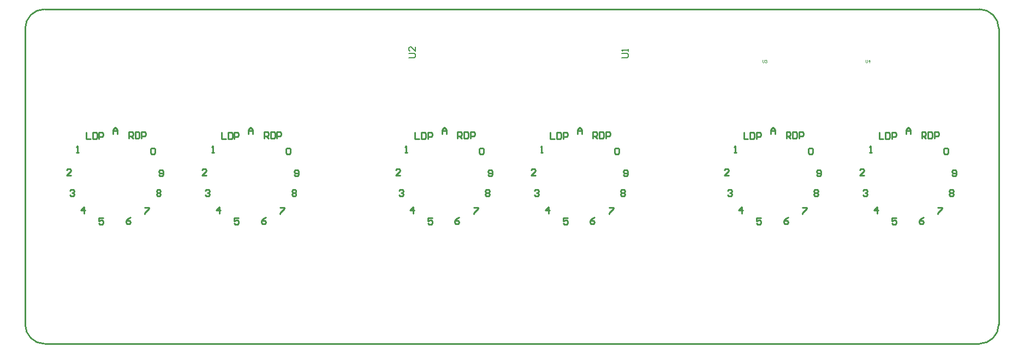
<source format=gm1>
G04*
G04 #@! TF.GenerationSoftware,Altium Limited,Altium Designer,25.5.2 (35)*
G04*
G04 Layer_Color=16711935*
%FSLAX44Y44*%
%MOMM*%
G71*
G04*
G04 #@! TF.SameCoordinates,D9E2C172-A1AF-44C0-98D0-4809437D878E*
G04*
G04*
G04 #@! TF.FilePolarity,Positive*
G04*
G01*
G75*
%ADD11C,0.2540*%
%ADD113C,0.1778*%
%ADD114C,0.0600*%
D11*
X1550000Y690000D02*
G03*
X1520000Y720000I-30000J0D01*
G01*
Y200000D02*
G03*
X1550000Y230000I0J30000D01*
G01*
X40000D02*
G03*
X70000Y200000I30000J0D01*
G01*
Y720000D02*
G03*
X40000Y690000I0J-30000D01*
G01*
X70000Y200000D02*
X1520000D01*
X70000Y720000D02*
X1520000D01*
X40000Y230000D02*
Y690000D01*
X1550000Y230000D02*
X1550000Y230000D01*
Y690000D01*
X1550000Y690000D02*
X1550000Y690000D01*
X176553Y526431D02*
Y533095D01*
X179885Y536427D01*
X183217Y533095D01*
Y526431D01*
Y531429D01*
X176553D01*
X200553Y519431D02*
Y529427D01*
X205551D01*
X207217Y527761D01*
Y524429D01*
X205551Y522763D01*
X200553D01*
X203885D02*
X207217Y519431D01*
X210549Y529427D02*
Y519431D01*
X215548D01*
X217214Y521097D01*
Y527761D01*
X215548Y529427D01*
X210549D01*
X220546Y519431D02*
Y529427D01*
X225545D01*
X227211Y527761D01*
Y524429D01*
X225545Y522763D01*
X220546D01*
X234553Y502761D02*
X236219Y504427D01*
X239551D01*
X241217Y502761D01*
Y496097D01*
X239551Y494431D01*
X236219D01*
X234553Y496097D01*
Y502761D01*
X247553Y462097D02*
X249219Y460430D01*
X252551D01*
X254217Y462097D01*
Y468761D01*
X252551Y470427D01*
X249219D01*
X247553Y468761D01*
Y467095D01*
X249219Y465429D01*
X254217D01*
X243553Y437761D02*
X245219Y439427D01*
X248551D01*
X250217Y437761D01*
Y436095D01*
X248551Y434429D01*
X250217Y432763D01*
Y431097D01*
X248551Y429431D01*
X245219D01*
X243553Y431097D01*
Y432763D01*
X245219Y434429D01*
X243553Y436095D01*
Y437761D01*
X245219Y434429D02*
X248551D01*
X225553Y411427D02*
X232217D01*
Y409761D01*
X225553Y403097D01*
Y401431D01*
X203217Y396427D02*
X199885Y394761D01*
X196553Y391429D01*
Y388097D01*
X198219Y386431D01*
X201551D01*
X203217Y388097D01*
Y389763D01*
X201551Y391429D01*
X196553D01*
X161217Y395427D02*
X154553D01*
Y390429D01*
X157885Y392095D01*
X159551D01*
X161217Y390429D01*
Y387097D01*
X159551Y385430D01*
X156219D01*
X154553Y387097D01*
X131551Y402430D02*
Y412427D01*
X126553Y407429D01*
X133217D01*
X109553Y437761D02*
X111219Y439427D01*
X114551D01*
X116217Y437761D01*
Y436095D01*
X114551Y434429D01*
X112885D01*
X114551D01*
X116217Y432763D01*
Y431097D01*
X114551Y429431D01*
X111219D01*
X109553Y431097D01*
X111217Y461431D02*
X104553D01*
X111217Y468095D01*
Y469761D01*
X109551Y471427D01*
X106219D01*
X104553Y469761D01*
X119553Y497430D02*
X122885D01*
X121219D01*
Y507427D01*
X119553Y505761D01*
X134553Y528427D02*
Y518430D01*
X141217D01*
X144549Y528427D02*
Y518430D01*
X149548D01*
X151214Y520097D01*
Y526761D01*
X149548Y528427D01*
X144549D01*
X154546Y518430D02*
Y528427D01*
X159545D01*
X161211Y526761D01*
Y523429D01*
X159545Y521763D01*
X154546D01*
X1364553Y528427D02*
Y518430D01*
X1371217D01*
X1374549Y528427D02*
Y518430D01*
X1379548D01*
X1381214Y520097D01*
Y526761D01*
X1379548Y528427D01*
X1374549D01*
X1384546Y518430D02*
Y528427D01*
X1389545D01*
X1391211Y526761D01*
Y523429D01*
X1389545Y521763D01*
X1384546D01*
X1349553Y497431D02*
X1352885D01*
X1351219D01*
Y507427D01*
X1349553Y505761D01*
X1341217Y461431D02*
X1334553D01*
X1341217Y468095D01*
Y469761D01*
X1339551Y471427D01*
X1336219D01*
X1334553Y469761D01*
X1339553Y437761D02*
X1341219Y439427D01*
X1344551D01*
X1346217Y437761D01*
Y436095D01*
X1344551Y434429D01*
X1342885D01*
X1344551D01*
X1346217Y432763D01*
Y431097D01*
X1344551Y429431D01*
X1341219D01*
X1339553Y431097D01*
X1361551Y402430D02*
Y412427D01*
X1356553Y407429D01*
X1363217D01*
X1391217Y395427D02*
X1384553D01*
Y390429D01*
X1387885Y392095D01*
X1389551D01*
X1391217Y390429D01*
Y387097D01*
X1389551Y385430D01*
X1386219D01*
X1384553Y387097D01*
X1433217Y396427D02*
X1429885Y394761D01*
X1426553Y391429D01*
Y388097D01*
X1428219Y386431D01*
X1431551D01*
X1433217Y388097D01*
Y389763D01*
X1431551Y391429D01*
X1426553D01*
X1455553Y411427D02*
X1462217D01*
Y409761D01*
X1455553Y403097D01*
Y401431D01*
X1473553Y437761D02*
X1475219Y439427D01*
X1478551D01*
X1480217Y437761D01*
Y436095D01*
X1478551Y434429D01*
X1480217Y432763D01*
Y431097D01*
X1478551Y429431D01*
X1475219D01*
X1473553Y431097D01*
Y432763D01*
X1475219Y434429D01*
X1473553Y436095D01*
Y437761D01*
X1475219Y434429D02*
X1478551D01*
X1477553Y462097D02*
X1479219Y460430D01*
X1482551D01*
X1484217Y462097D01*
Y468761D01*
X1482551Y470427D01*
X1479219D01*
X1477553Y468761D01*
Y467095D01*
X1479219Y465429D01*
X1484217D01*
X1464553Y502761D02*
X1466219Y504427D01*
X1469551D01*
X1471217Y502761D01*
Y496097D01*
X1469551Y494431D01*
X1466219D01*
X1464553Y496097D01*
Y502761D01*
X1430553Y519431D02*
Y529427D01*
X1435551D01*
X1437217Y527761D01*
Y524429D01*
X1435551Y522763D01*
X1430553D01*
X1433885D02*
X1437217Y519431D01*
X1440549Y529427D02*
Y519431D01*
X1445548D01*
X1447214Y521097D01*
Y527761D01*
X1445548Y529427D01*
X1440549D01*
X1450546Y519431D02*
Y529427D01*
X1455545D01*
X1457211Y527761D01*
Y524429D01*
X1455545Y522763D01*
X1450546D01*
X1406553Y526431D02*
Y533095D01*
X1409885Y536427D01*
X1413217Y533095D01*
Y526431D01*
Y531429D01*
X1406553D01*
X1196553Y526431D02*
Y533095D01*
X1199885Y536427D01*
X1203217Y533095D01*
Y526431D01*
Y531429D01*
X1196553D01*
X1220553Y519431D02*
Y529427D01*
X1225551D01*
X1227217Y527761D01*
Y524429D01*
X1225551Y522763D01*
X1220553D01*
X1223885D02*
X1227217Y519431D01*
X1230549Y529427D02*
Y519431D01*
X1235548D01*
X1237214Y521097D01*
Y527761D01*
X1235548Y529427D01*
X1230549D01*
X1240546Y519431D02*
Y529427D01*
X1245545D01*
X1247211Y527761D01*
Y524429D01*
X1245545Y522763D01*
X1240546D01*
X1254553Y502761D02*
X1256219Y504427D01*
X1259551D01*
X1261217Y502761D01*
Y496097D01*
X1259551Y494431D01*
X1256219D01*
X1254553Y496097D01*
Y502761D01*
X1267553Y462097D02*
X1269219Y460430D01*
X1272551D01*
X1274217Y462097D01*
Y468761D01*
X1272551Y470427D01*
X1269219D01*
X1267553Y468761D01*
Y467095D01*
X1269219Y465429D01*
X1274217D01*
X1263553Y437761D02*
X1265219Y439427D01*
X1268551D01*
X1270217Y437761D01*
Y436095D01*
X1268551Y434429D01*
X1270217Y432763D01*
Y431097D01*
X1268551Y429431D01*
X1265219D01*
X1263553Y431097D01*
Y432763D01*
X1265219Y434429D01*
X1263553Y436095D01*
Y437761D01*
X1265219Y434429D02*
X1268551D01*
X1245553Y411427D02*
X1252217D01*
Y409761D01*
X1245553Y403097D01*
Y401431D01*
X1223217Y396427D02*
X1219885Y394761D01*
X1216553Y391429D01*
Y388097D01*
X1218219Y386431D01*
X1221551D01*
X1223217Y388097D01*
Y389763D01*
X1221551Y391429D01*
X1216553D01*
X1181217Y395427D02*
X1174553D01*
Y390429D01*
X1177885Y392095D01*
X1179551D01*
X1181217Y390429D01*
Y387097D01*
X1179551Y385430D01*
X1176219D01*
X1174553Y387097D01*
X1151551Y402430D02*
Y412427D01*
X1146553Y407429D01*
X1153217D01*
X1129553Y437761D02*
X1131219Y439427D01*
X1134551D01*
X1136217Y437761D01*
Y436095D01*
X1134551Y434429D01*
X1132885D01*
X1134551D01*
X1136217Y432763D01*
Y431097D01*
X1134551Y429431D01*
X1131219D01*
X1129553Y431097D01*
X1131217Y461431D02*
X1124553D01*
X1131217Y468095D01*
Y469761D01*
X1129551Y471427D01*
X1126219D01*
X1124553Y469761D01*
X1139553Y497430D02*
X1142885D01*
X1141219D01*
Y507427D01*
X1139553Y505761D01*
X1154553Y528427D02*
Y518430D01*
X1161217D01*
X1164549Y528427D02*
Y518430D01*
X1169548D01*
X1171214Y520097D01*
Y526761D01*
X1169548Y528427D01*
X1164549D01*
X1174546Y518430D02*
Y528427D01*
X1179545D01*
X1181211Y526761D01*
Y523429D01*
X1179545Y521763D01*
X1174546D01*
X896553Y526431D02*
Y533095D01*
X899885Y536427D01*
X903217Y533095D01*
Y526431D01*
Y531429D01*
X896553D01*
X920553Y519431D02*
Y529427D01*
X925551D01*
X927217Y527761D01*
Y524429D01*
X925551Y522763D01*
X920553D01*
X923885D02*
X927217Y519431D01*
X930549Y529427D02*
Y519431D01*
X935548D01*
X937214Y521097D01*
Y527761D01*
X935548Y529427D01*
X930549D01*
X940546Y519431D02*
Y529427D01*
X945545D01*
X947211Y527761D01*
Y524429D01*
X945545Y522763D01*
X940546D01*
X954553Y502761D02*
X956219Y504427D01*
X959551D01*
X961217Y502761D01*
Y496097D01*
X959551Y494431D01*
X956219D01*
X954553Y496097D01*
Y502761D01*
X967553Y462097D02*
X969219Y460430D01*
X972551D01*
X974217Y462097D01*
Y468761D01*
X972551Y470427D01*
X969219D01*
X967553Y468761D01*
Y467095D01*
X969219Y465429D01*
X974217D01*
X963553Y437761D02*
X965219Y439427D01*
X968551D01*
X970217Y437761D01*
Y436095D01*
X968551Y434429D01*
X970217Y432763D01*
Y431097D01*
X968551Y429431D01*
X965219D01*
X963553Y431097D01*
Y432763D01*
X965219Y434429D01*
X963553Y436095D01*
Y437761D01*
X965219Y434429D02*
X968551D01*
X945553Y411427D02*
X952217D01*
Y409761D01*
X945553Y403097D01*
Y401431D01*
X923217Y396427D02*
X919885Y394761D01*
X916553Y391429D01*
Y388097D01*
X918219Y386431D01*
X921551D01*
X923217Y388097D01*
Y389763D01*
X921551Y391429D01*
X916553D01*
X881217Y395427D02*
X874553D01*
Y390429D01*
X877885Y392095D01*
X879551D01*
X881217Y390429D01*
Y387097D01*
X879551Y385430D01*
X876219D01*
X874553Y387097D01*
X851551Y402430D02*
Y412427D01*
X846553Y407429D01*
X853217D01*
X829553Y437761D02*
X831219Y439427D01*
X834551D01*
X836217Y437761D01*
Y436095D01*
X834551Y434429D01*
X832885D01*
X834551D01*
X836217Y432763D01*
Y431097D01*
X834551Y429431D01*
X831219D01*
X829553Y431097D01*
X831217Y461431D02*
X824553D01*
X831217Y468095D01*
Y469761D01*
X829551Y471427D01*
X826219D01*
X824553Y469761D01*
X839553Y497431D02*
X842885D01*
X841219D01*
Y507427D01*
X839553Y505761D01*
X854553Y528427D02*
Y518430D01*
X861217D01*
X864549Y528427D02*
Y518430D01*
X869548D01*
X871214Y520097D01*
Y526761D01*
X869548Y528427D01*
X864549D01*
X874546Y518430D02*
Y528427D01*
X879545D01*
X881211Y526761D01*
Y523429D01*
X879545Y521763D01*
X874546D01*
X386553Y526431D02*
Y533095D01*
X389885Y536427D01*
X393217Y533095D01*
Y526431D01*
Y531429D01*
X386553D01*
X410553Y519431D02*
Y529427D01*
X415551D01*
X417217Y527761D01*
Y524429D01*
X415551Y522763D01*
X410553D01*
X413885D02*
X417217Y519431D01*
X420549Y529427D02*
Y519431D01*
X425548D01*
X427214Y521097D01*
Y527761D01*
X425548Y529427D01*
X420549D01*
X430546Y519431D02*
Y529427D01*
X435545D01*
X437211Y527761D01*
Y524429D01*
X435545Y522763D01*
X430546D01*
X444553Y502761D02*
X446219Y504427D01*
X449551D01*
X451217Y502761D01*
Y496097D01*
X449551Y494431D01*
X446219D01*
X444553Y496097D01*
Y502761D01*
X457553Y462097D02*
X459219Y460430D01*
X462551D01*
X464217Y462097D01*
Y468761D01*
X462551Y470427D01*
X459219D01*
X457553Y468761D01*
Y467095D01*
X459219Y465429D01*
X464217D01*
X453553Y437761D02*
X455219Y439427D01*
X458551D01*
X460217Y437761D01*
Y436095D01*
X458551Y434429D01*
X460217Y432763D01*
Y431097D01*
X458551Y429431D01*
X455219D01*
X453553Y431097D01*
Y432763D01*
X455219Y434429D01*
X453553Y436095D01*
Y437761D01*
X455219Y434429D02*
X458551D01*
X435553Y411427D02*
X442217D01*
Y409761D01*
X435553Y403097D01*
Y401431D01*
X413217Y396427D02*
X409885Y394761D01*
X406553Y391429D01*
Y388097D01*
X408219Y386431D01*
X411551D01*
X413217Y388097D01*
Y389763D01*
X411551Y391429D01*
X406553D01*
X371217Y395427D02*
X364553D01*
Y390429D01*
X367885Y392095D01*
X369551D01*
X371217Y390429D01*
Y387097D01*
X369551Y385430D01*
X366219D01*
X364553Y387097D01*
X341551Y402430D02*
Y412427D01*
X336553Y407429D01*
X343217D01*
X319553Y437761D02*
X321219Y439427D01*
X324551D01*
X326217Y437761D01*
Y436095D01*
X324551Y434429D01*
X322885D01*
X324551D01*
X326217Y432763D01*
Y431097D01*
X324551Y429431D01*
X321219D01*
X319553Y431097D01*
X321217Y461431D02*
X314553D01*
X321217Y468095D01*
Y469761D01*
X319551Y471427D01*
X316219D01*
X314553Y469761D01*
X329553Y497430D02*
X332885D01*
X331219D01*
Y507427D01*
X329553Y505761D01*
X344553Y528427D02*
Y518430D01*
X351217D01*
X354549Y528427D02*
Y518430D01*
X359548D01*
X361214Y520097D01*
Y526761D01*
X359548Y528427D01*
X354549D01*
X364546Y518430D02*
Y528427D01*
X369544D01*
X371211Y526761D01*
Y523429D01*
X369544Y521763D01*
X364546D01*
X686553Y526431D02*
Y533095D01*
X689885Y536427D01*
X693217Y533095D01*
Y526431D01*
Y531429D01*
X686553D01*
X710553Y519431D02*
Y529427D01*
X715551D01*
X717217Y527761D01*
Y524429D01*
X715551Y522763D01*
X710553D01*
X713885D02*
X717217Y519431D01*
X720549Y529427D02*
Y519431D01*
X725548D01*
X727214Y521097D01*
Y527761D01*
X725548Y529427D01*
X720549D01*
X730546Y519431D02*
Y529427D01*
X735545D01*
X737211Y527761D01*
Y524429D01*
X735545Y522763D01*
X730546D01*
X744553Y502761D02*
X746219Y504427D01*
X749551D01*
X751217Y502761D01*
Y496097D01*
X749551Y494431D01*
X746219D01*
X744553Y496097D01*
Y502761D01*
X757553Y462097D02*
X759219Y460430D01*
X762551D01*
X764217Y462097D01*
Y468761D01*
X762551Y470427D01*
X759219D01*
X757553Y468761D01*
Y467095D01*
X759219Y465429D01*
X764217D01*
X753553Y437761D02*
X755219Y439427D01*
X758551D01*
X760217Y437761D01*
Y436095D01*
X758551Y434429D01*
X760217Y432763D01*
Y431097D01*
X758551Y429431D01*
X755219D01*
X753553Y431097D01*
Y432763D01*
X755219Y434429D01*
X753553Y436095D01*
Y437761D01*
X755219Y434429D02*
X758551D01*
X735553Y411427D02*
X742217D01*
Y409761D01*
X735553Y403097D01*
Y401431D01*
X713217Y396427D02*
X709885Y394761D01*
X706553Y391429D01*
Y388097D01*
X708219Y386431D01*
X711551D01*
X713217Y388097D01*
Y389763D01*
X711551Y391429D01*
X706553D01*
X671217Y395427D02*
X664553D01*
Y390429D01*
X667885Y392095D01*
X669551D01*
X671217Y390429D01*
Y387097D01*
X669551Y385430D01*
X666219D01*
X664553Y387097D01*
X641551Y402430D02*
Y412427D01*
X636553Y407429D01*
X643217D01*
X619553Y437761D02*
X621219Y439427D01*
X624551D01*
X626217Y437761D01*
Y436095D01*
X624551Y434429D01*
X622885D01*
X624551D01*
X626217Y432763D01*
Y431097D01*
X624551Y429431D01*
X621219D01*
X619553Y431097D01*
X621217Y461431D02*
X614553D01*
X621217Y468095D01*
Y469761D01*
X619551Y471427D01*
X616219D01*
X614553Y469761D01*
X629553Y497430D02*
X632885D01*
X631219D01*
Y507427D01*
X629553Y505761D01*
X644553Y528427D02*
Y518430D01*
X651217D01*
X654549Y528427D02*
Y518430D01*
X659548D01*
X661214Y520097D01*
Y526761D01*
X659548Y528427D01*
X654549D01*
X664546Y518430D02*
Y528427D01*
X669545D01*
X671211Y526761D01*
Y523429D01*
X669545Y521763D01*
X664546D01*
D113*
X964936Y644651D02*
X973400D01*
X975093Y646343D01*
Y649729D01*
X973400Y651422D01*
X964936D01*
X975093Y654807D02*
Y658193D01*
Y656500D01*
X964936D01*
X966629Y654807D01*
X634936Y644651D02*
X643400D01*
X645093Y646343D01*
Y649729D01*
X643400Y651422D01*
X634936D01*
X645093Y661578D02*
Y654807D01*
X638321Y661578D01*
X636629D01*
X634936Y659886D01*
Y656500D01*
X636629Y654807D01*
D114*
X1183663Y641349D02*
Y638017D01*
X1184329Y637351D01*
X1185662D01*
X1186328Y638017D01*
Y641349D01*
X1187661Y640683D02*
X1188328Y641349D01*
X1189661D01*
X1190327Y640683D01*
Y640016D01*
X1189661Y639350D01*
X1188994D01*
X1189661D01*
X1190327Y638683D01*
Y638017D01*
X1189661Y637351D01*
X1188328D01*
X1187661Y638017D01*
X1343663Y641349D02*
Y638017D01*
X1344329Y637351D01*
X1345662D01*
X1346328Y638017D01*
Y641349D01*
X1349661Y637351D02*
Y641349D01*
X1347661Y639350D01*
X1350327D01*
M02*

</source>
